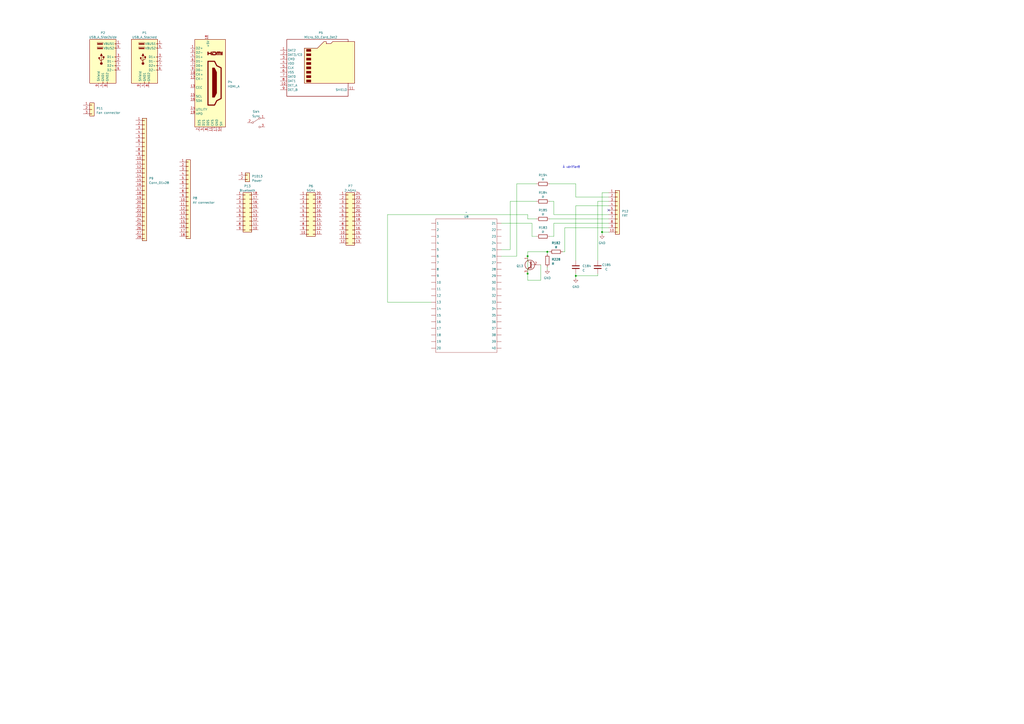
<source format=kicad_sch>
(kicad_sch (version 20230121) (generator eeschema)
  (paper "A2")
  (lib_symbols
    (symbol "Connector:HDMI_A"
      (property "Reference" "J" (at -6.35 26.67 0))
      (property "Value" "HDMI_A" (at 10.16 26.67 0))
      (symbol "HDMI_A_0_0"
        (polyline (pts (xy 8.128 16.51) (xy 8.128 18.034)) (stroke (width 0.635)))
        (polyline (pts (xy 0 16.51) (xy 0 18.034) (xy 0 17.272) (xy 1.905 17.272) (xy 1.905 18.034) (xy 1.905 16.51)) (stroke (width 0.635)))
        (polyline (pts (xy 2.667 18.034) (xy 4.318 18.034) (xy 4.572 17.78) (xy 4.572 16.764) (xy 4.318 16.51) (xy 2.667 16.51) (xy 2.667 17.272)) (stroke (width 0.635)))
      )
      (symbol "HDMI_A_0_1"
        (rectangle (start -7.62 25.4) (end 10.16 -25.4) (stroke (width 0.254)) (fill (type background)))
        (polyline (pts (xy 2.54 8.89) (xy 3.81 8.89) (xy 5.08 6.35) (xy 5.08 -5.715) (xy 3.81 -8.255) (xy 2.54 -8.255) (xy 2.54 8.89)) (fill (type outline)))
        (polyline (pts (xy 5.334 16.51) (xy 5.334 18.034) (xy 6.35 18.034) (xy 6.35 16.51) (xy 6.35 18.034) (xy 7.112 18.034) (xy 7.366 17.78) (xy 7.366 16.51)) (stroke (width 0.635)))
        (polyline (pts (xy 0 12.7) (xy 0 -12.7) (xy 3.81 -12.7) (xy 5.08 -10.16) (xy 7.62 -8.89) (xy 7.62 8.89) (xy 5.08 10.16) (xy 3.81 12.7) (xy 0 12.7)) (stroke (width 0.635)))
      )
      (symbol "HDMI_A_1_1"
        (pin passive line (at -10.16 20.32 0) (length 2.54) (name "D2+") (number "1"))
        (pin passive line (at -10.16 5.08 0) (length 2.54) (name "CK+") (number "10"))
        (pin power_in line (at 2.54 -27.94 90) (length 2.54) (name "CKS") (number "11"))
        (pin passive line (at -10.16 2.54 0) (length 2.54) (name "CK-") (number "12"))
        (pin bidirectional line (at -10.16 -2.54 0) (length 2.54) (name "CEC") (number "13"))
        (pin passive line (at -10.16 -15.24 0) (length 2.54) (name "UTILITY") (number "14"))
        (pin passive line (at -10.16 -7.62 0) (length 2.54) (name "SCL") (number "15"))
        (pin bidirectional line (at -10.16 -10.16 0) (length 2.54) (name "SDA") (number "16"))
        (pin power_in line (at 5.08 -27.94 90) (length 2.54) (name "GND") (number "17"))
        (pin power_in line (at 0 27.94 270) (length 2.54) (name "+5V") (number "18"))
        (pin passive line (at -10.16 -17.78 0) (length 2.54) (name "HPD") (number "19"))
        (pin power_in line (at -5.08 -27.94 90) (length 2.54) (name "D2S") (number "2"))
        (pin passive line (at -10.16 17.78 0) (length 2.54) (name "D2-") (number "3"))
        (pin passive line (at -10.16 15.24 0) (length 2.54) (name "D1+") (number "4"))
        (pin power_in line (at -2.54 -27.94 90) (length 2.54) (name "D1S") (number "5"))
        (pin passive line (at -10.16 12.7 0) (length 2.54) (name "D1-") (number "6"))
        (pin passive line (at -10.16 10.16 0) (length 2.54) (name "D0+") (number "7"))
        (pin power_in line (at 0 -27.94 90) (length 2.54) (name "D0S") (number "8"))
        (pin passive line (at -10.16 7.62 0) (length 2.54) (name "D0-") (number "9"))
        (pin passive line (at 7.62 -27.94 90) (length 2.54) (name "SH") (number "SH"))
      )
    )
    (symbol "Connector:Micro_SD_Card_Det2"
      (property "Reference" "J" (at -16.51 17.78 0))
      (property "Value" "Micro_SD_Card_Det2" (at 16.51 17.78 0))
      (symbol "Micro_SD_Card_Det2_0_1"
        (rectangle (start -7.62 -6.985) (end -5.08 -8.255) (stroke (width 0.254)) (fill (type outline)))
        (rectangle (start -7.62 -4.445) (end -5.08 -5.715) (stroke (width 0.254)) (fill (type outline)))
        (rectangle (start -7.62 -1.905) (end -5.08 -3.175) (stroke (width 0.254)) (fill (type outline)))
        (rectangle (start -7.62 0.635) (end -5.08 -0.635) (stroke (width 0.254)) (fill (type outline)))
        (rectangle (start -7.62 3.175) (end -5.08 1.905) (stroke (width 0.254)) (fill (type outline)))
        (rectangle (start -7.62 5.715) (end -5.08 4.445) (stroke (width 0.254)) (fill (type outline)))
        (rectangle (start -7.62 8.255) (end -5.08 6.985) (stroke (width 0.254)) (fill (type outline)))
        (rectangle (start -7.62 10.795) (end -5.08 9.525) (stroke (width 0.254)) (fill (type outline)))
        (polyline (pts (xy 16.51 15.24) (xy 16.51 16.51) (xy -19.05 16.51) (xy -19.05 -16.51) (xy 16.51 -16.51) (xy 16.51 -8.89)) (stroke (width 0.254)))
        (polyline (pts (xy -8.89 -8.89) (xy -8.89 11.43) (xy -1.27 11.43) (xy 2.54 15.24) (xy 3.81 15.24) (xy 3.81 13.97) (xy 6.35 13.97) (xy 7.62 15.24) (xy 20.32 15.24) (xy 20.32 -8.89) (xy -8.89 -8.89)) (stroke (width 0.254)) (fill (type background)))
      )
      (symbol "Micro_SD_Card_Det2_1_1"
        (pin bidirectional line (at -22.86 10.16 0) (length 3.81) (name "DAT2") (number "1"))
        (pin passive line (at -22.86 -10.16 0) (length 3.81) (name "DET_A") (number "10"))
        (pin passive line (at 20.32 -12.7 180) (length 3.81) (name "SHIELD") (number "11"))
        (pin bidirectional line (at -22.86 7.62 0) (length 3.81) (name "DAT3/CD") (number "2"))
        (pin input line (at -22.86 5.08 0) (length 3.81) (name "CMD") (number "3"))
        (pin power_in line (at -22.86 2.54 0) (length 3.81) (name "VDD") (number "4"))
        (pin input line (at -22.86 0 0) (length 3.81) (name "CLK") (number "5"))
        (pin power_in line (at -22.86 -2.54 0) (length 3.81) (name "VSS") (number "6"))
        (pin bidirectional line (at -22.86 -5.08 0) (length 3.81) (name "DAT0") (number "7"))
        (pin bidirectional line (at -22.86 -7.62 0) (length 3.81) (name "DAT1") (number "8"))
        (pin passive line (at -22.86 -12.7 0) (length 3.81) (name "DET_B") (number "9"))
      )
    )
    (symbol "Connector:USB_A_Stacked" (pin_names (offset 1.016))
      (property "Reference" "J" (at 0 15.875 0))
      (property "Value" "USB_A_Stacked" (at 0 13.97 0))
      (symbol "USB_A_Stacked_0_1"
        (rectangle (start -7.62 12.7) (end 7.62 -12.7) (stroke (width 0.254)) (fill (type background)))
        (circle (center -2.159 1.905) (radius 0.381) (stroke (width 0.254)) (fill (type outline)))
        (circle (center -0.889 -1.27) (radius 0.635) (stroke (width 0.254)) (fill (type outline)))
        (rectangle (start -0.254 7.366) (end -3.048 7.874) (fill (type outline)))
        (rectangle (start -0.254 9.906) (end -3.048 10.414) (fill (type outline)))
        (rectangle (start -0.127 -12.7) (end 0.127 -11.938))
        (polyline (pts (xy -1.524 3.175) (xy -0.254 3.175) (xy -0.889 4.445) (xy -1.524 3.175)) (stroke (width 0.254)) (fill (type outline)))
        (polyline (pts (xy -0.889 -0.635) (xy -0.889 0) (xy -2.159 1.27) (xy -2.159 1.905)) (stroke (width 0.254)))
        (polyline (pts (xy -0.889 0) (xy -0.889 0.635) (xy 0.381 1.27) (xy 0.381 2.54)) (stroke (width 0.254)))
        (rectangle (start 0 2.794) (end 0.762 2.032) (stroke (width 0.254)) (fill (type outline)))
        (rectangle (start 0 7.112) (end -3.302 8.382))
        (rectangle (start 0 9.652) (end -3.302 10.922))
        (rectangle (start 2.413 -12.7) (end 2.667 -11.938))
        (rectangle (start 7.62 -5.207) (end 6.858 -4.953))
        (rectangle (start 7.62 -2.667) (end 6.858 -2.413))
        (rectangle (start 7.62 -0.127) (end 6.858 0.127))
        (rectangle (start 7.62 2.413) (end 6.858 2.667))
        (rectangle (start 7.62 7.493) (end 6.858 7.747))
        (rectangle (start 7.62 10.033) (end 6.858 10.287))
      )
      (symbol "USB_A_Stacked_1_1"
        (polyline (pts (xy -0.889 0.635) (xy -0.889 3.175)) (stroke (width 0.254)))
        (pin power_in line (at 10.16 10.16 180) (length 2.54) (name "VBUS1") (number "1"))
        (pin bidirectional line (at 10.16 0 180) (length 2.54) (name "D1-") (number "2"))
        (pin bidirectional line (at 10.16 2.54 180) (length 2.54) (name "D1+") (number "3"))
        (pin power_in line (at 0 -15.24 90) (length 2.54) (name "GND1") (number "4"))
        (pin power_in line (at 10.16 7.62 180) (length 2.54) (name "VBUS2") (number "5"))
        (pin bidirectional line (at 10.16 -5.08 180) (length 2.54) (name "D2-") (number "6"))
        (pin bidirectional line (at 10.16 -2.54 180) (length 2.54) (name "D2+") (number "7"))
        (pin power_in line (at 2.54 -15.24 90) (length 2.54) (name "GND2") (number "8"))
        (pin passive line (at -2.54 -15.24 90) (length 2.54) (name "Shield") (number "9"))
      )
    )
    (symbol "Connector_Generic:Conn_01x02" (pin_names (offset 1.016) hide)
      (property "Reference" "J" (at 0 2.54 0))
      (property "Value" "Conn_01x02" (at 0 -5.08 0))
      (symbol "Conn_01x02_1_1"
        (rectangle (start -1.27 -2.413) (end 0 -2.667) (stroke (width 0.1524)))
        (rectangle (start -1.27 0.127) (end 0 -0.127) (stroke (width 0.1524)))
        (rectangle (start -1.27 1.27) (end 1.27 -3.81) (stroke (width 0.254)) (fill (type background)))
        (pin passive line (at -5.08 0 0) (length 3.81) (name "Pin_1") (number "1"))
        (pin passive line (at -5.08 -2.54 0) (length 3.81) (name "Pin_2") (number "2"))
      )
    )
    (symbol "Connector_Generic:Conn_01x03" (pin_names (offset 1.016) hide)
      (property "Reference" "J" (at 0 5.08 0))
      (property "Value" "Conn_01x03" (at 0 -5.08 0))
      (symbol "Conn_01x03_1_1"
        (rectangle (start -1.27 -2.413) (end 0 -2.667) (stroke (width 0.1524)))
        (rectangle (start -1.27 0.127) (end 0 -0.127) (stroke (width 0.1524)))
        (rectangle (start -1.27 2.667) (end 0 2.413) (stroke (width 0.1524)))
        (rectangle (start -1.27 3.81) (end 1.27 -3.81) (stroke (width 0.254)) (fill (type background)))
        (pin passive line (at -5.08 2.54 0) (length 3.81) (name "Pin_1") (number "1"))
        (pin passive line (at -5.08 0 0) (length 3.81) (name "Pin_2") (number "2"))
        (pin passive line (at -5.08 -2.54 0) (length 3.81) (name "Pin_3") (number "3"))
      )
    )
    (symbol "Connector_Generic:Conn_01x10" (pin_names (offset 1.016) hide)
      (property "Reference" "J" (at 0 12.7 0))
      (property "Value" "Conn_01x10" (at 0 -15.24 0))
      (symbol "Conn_01x10_1_1"
        (rectangle (start -1.27 -12.573) (end 0 -12.827) (stroke (width 0.1524)))
        (rectangle (start -1.27 -10.033) (end 0 -10.287) (stroke (width 0.1524)))
        (rectangle (start -1.27 -7.493) (end 0 -7.747) (stroke (width 0.1524)))
        (rectangle (start -1.27 -4.953) (end 0 -5.207) (stroke (width 0.1524)))
        (rectangle (start -1.27 -2.413) (end 0 -2.667) (stroke (width 0.1524)))
        (rectangle (start -1.27 0.127) (end 0 -0.127) (stroke (width 0.1524)))
        (rectangle (start -1.27 2.667) (end 0 2.413) (stroke (width 0.1524)))
        (rectangle (start -1.27 5.207) (end 0 4.953) (stroke (width 0.1524)))
        (rectangle (start -1.27 7.747) (end 0 7.493) (stroke (width 0.1524)))
        (rectangle (start -1.27 10.287) (end 0 10.033) (stroke (width 0.1524)))
        (rectangle (start -1.27 11.43) (end 1.27 -13.97) (stroke (width 0.254)) (fill (type background)))
        (pin passive line (at -5.08 10.16 0) (length 3.81) (name "Pin_1") (number "1"))
        (pin passive line (at -5.08 -12.7 0) (length 3.81) (name "Pin_10") (number "10"))
        (pin passive line (at -5.08 7.62 0) (length 3.81) (name "Pin_2") (number "2"))
        (pin passive line (at -5.08 5.08 0) (length 3.81) (name "Pin_3") (number "3"))
        (pin passive line (at -5.08 2.54 0) (length 3.81) (name "Pin_4") (number "4"))
        (pin passive line (at -5.08 0 0) (length 3.81) (name "Pin_5") (number "5"))
        (pin passive line (at -5.08 -2.54 0) (length 3.81) (name "Pin_6") (number "6"))
        (pin passive line (at -5.08 -5.08 0) (length 3.81) (name "Pin_7") (number "7"))
        (pin passive line (at -5.08 -7.62 0) (length 3.81) (name "Pin_8") (number "8"))
        (pin passive line (at -5.08 -10.16 0) (length 3.81) (name "Pin_9") (number "9"))
      )
    )
    (symbol "Connector_Generic:Conn_01x18" (pin_names (offset 1.016) hide)
      (property "Reference" "J" (at 0 22.86 0))
      (property "Value" "Conn_01x18" (at 0 -25.4 0))
      (symbol "Conn_01x18_1_1"
        (rectangle (start -1.27 -22.733) (end 0 -22.987) (stroke (width 0.1524)))
        (rectangle (start -1.27 -20.193) (end 0 -20.447) (stroke (width 0.1524)))
        (rectangle (start -1.27 -17.653) (end 0 -17.907) (stroke (width 0.1524)))
        (rectangle (start -1.27 -15.113) (end 0 -15.367) (stroke (width 0.1524)))
        (rectangle (start -1.27 -12.573) (end 0 -12.827) (stroke (width 0.1524)))
        (rectangle (start -1.27 -10.033) (end 0 -10.287) (stroke (width 0.1524)))
        (rectangle (start -1.27 -7.493) (end 0 -7.747) (stroke (width 0.1524)))
        (rectangle (start -1.27 -4.953) (end 0 -5.207) (stroke (width 0.1524)))
        (rectangle (start -1.27 -2.413) (end 0 -2.667) (stroke (width 0.1524)))
        (rectangle (start -1.27 0.127) (end 0 -0.127) (stroke (width 0.1524)))
        (rectangle (start -1.27 2.667) (end 0 2.413) (stroke (width 0.1524)))
        (rectangle (start -1.27 5.207) (end 0 4.953) (stroke (width 0.1524)))
        (rectangle (start -1.27 7.747) (end 0 7.493) (stroke (width 0.1524)))
        (rectangle (start -1.27 10.287) (end 0 10.033) (stroke (width 0.1524)))
        (rectangle (start -1.27 12.827) (end 0 12.573) (stroke (width 0.1524)))
        (rectangle (start -1.27 15.367) (end 0 15.113) (stroke (width 0.1524)))
        (rectangle (start -1.27 17.907) (end 0 17.653) (stroke (width 0.1524)))
        (rectangle (start -1.27 20.447) (end 0 20.193) (stroke (width 0.1524)))
        (rectangle (start -1.27 21.59) (end 1.27 -24.13) (stroke (width 0.254)) (fill (type background)))
        (pin passive line (at -5.08 20.32 0) (length 3.81) (name "Pin_1") (number "1"))
        (pin passive line (at -5.08 -2.54 0) (length 3.81) (name "Pin_10") (number "10"))
        (pin passive line (at -5.08 -5.08 0) (length 3.81) (name "Pin_11") (number "11"))
        (pin passive line (at -5.08 -7.62 0) (length 3.81) (name "Pin_12") (number "12"))
        (pin passive line (at -5.08 -10.16 0) (length 3.81) (name "Pin_13") (number "13"))
        (pin passive line (at -5.08 -12.7 0) (length 3.81) (name "Pin_14") (number "14"))
        (pin passive line (at -5.08 -15.24 0) (length 3.81) (name "Pin_15") (number "15"))
        (pin passive line (at -5.08 -17.78 0) (length 3.81) (name "Pin_16") (number "16"))
        (pin passive line (at -5.08 -20.32 0) (length 3.81) (name "Pin_17") (number "17"))
        (pin passive line (at -5.08 -22.86 0) (length 3.81) (name "Pin_18") (number "18"))
        (pin passive line (at -5.08 17.78 0) (length 3.81) (name "Pin_2") (number "2"))
        (pin passive line (at -5.08 15.24 0) (length 3.81) (name "Pin_3") (number "3"))
        (pin passive line (at -5.08 12.7 0) (length 3.81) (name "Pin_4") (number "4"))
        (pin passive line (at -5.08 10.16 0) (length 3.81) (name "Pin_5") (number "5"))
        (pin passive line (at -5.08 7.62 0) (length 3.81) (name "Pin_6") (number "6"))
        (pin passive line (at -5.08 5.08 0) (length 3.81) (name "Pin_7") (number "7"))
        (pin passive line (at -5.08 2.54 0) (length 3.81) (name "Pin_8") (number "8"))
        (pin passive line (at -5.08 0 0) (length 3.81) (name "Pin_9") (number "9"))
      )
    )
    (symbol "Connector_Generic:Conn_01x28" (pin_names (offset 1.016) hide)
      (property "Reference" "J" (at 0 35.56 0))
      (property "Value" "Conn_01x28" (at 0 -38.1 0))
      (symbol "Conn_01x28_1_1"
        (rectangle (start -1.27 -35.433) (end 0 -35.687) (stroke (width 0.1524)))
        (rectangle (start -1.27 -32.893) (end 0 -33.147) (stroke (width 0.1524)))
        (rectangle (start -1.27 -30.353) (end 0 -30.607) (stroke (width 0.1524)))
        (rectangle (start -1.27 -27.813) (end 0 -28.067) (stroke (width 0.1524)))
        (rectangle (start -1.27 -25.273) (end 0 -25.527) (stroke (width 0.1524)))
        (rectangle (start -1.27 -22.733) (end 0 -22.987) (stroke (width 0.1524)))
        (rectangle (start -1.27 -20.193) (end 0 -20.447) (stroke (width 0.1524)))
        (rectangle (start -1.27 -17.653) (end 0 -17.907) (stroke (width 0.1524)))
        (rectangle (start -1.27 -15.113) (end 0 -15.367) (stroke (width 0.1524)))
        (rectangle (start -1.27 -12.573) (end 0 -12.827) (stroke (width 0.1524)))
        (rectangle (start -1.27 -10.033) (end 0 -10.287) (stroke (width 0.1524)))
        (rectangle (start -1.27 -7.493) (end 0 -7.747) (stroke (width 0.1524)))
        (rectangle (start -1.27 -4.953) (end 0 -5.207) (stroke (width 0.1524)))
        (rectangle (start -1.27 -2.413) (end 0 -2.667) (stroke (width 0.1524)))
        (rectangle (start -1.27 0.127) (end 0 -0.127) (stroke (width 0.1524)))
        (rectangle (start -1.27 2.667) (end 0 2.413) (stroke (width 0.1524)))
        (rectangle (start -1.27 5.207) (end 0 4.953) (stroke (width 0.1524)))
        (rectangle (start -1.27 7.747) (end 0 7.493) (stroke (width 0.1524)))
        (rectangle (start -1.27 10.287) (end 0 10.033) (stroke (width 0.1524)))
        (rectangle (start -1.27 12.827) (end 0 12.573) (stroke (width 0.1524)))
        (rectangle (start -1.27 15.367) (end 0 15.113) (stroke (width 0.1524)))
        (rectangle (start -1.27 17.907) (end 0 17.653) (stroke (width 0.1524)))
        (rectangle (start -1.27 20.447) (end 0 20.193) (stroke (width 0.1524)))
        (rectangle (start -1.27 22.987) (end 0 22.733) (stroke (width 0.1524)))
        (rectangle (start -1.27 25.527) (end 0 25.273) (stroke (width 0.1524)))
        (rectangle (start -1.27 28.067) (end 0 27.813) (stroke (width 0.1524)))
        (rectangle (start -1.27 30.607) (end 0 30.353) (stroke (width 0.1524)))
        (rectangle (start -1.27 33.147) (end 0 32.893) (stroke (width 0.1524)))
        (rectangle (start -1.27 34.29) (end 1.27 -36.83) (stroke (width 0.254)) (fill (type background)))
        (pin passive line (at -5.08 33.02 0) (length 3.81) (name "Pin_1") (number "1"))
        (pin passive line (at -5.08 10.16 0) (length 3.81) (name "Pin_10") (number "10"))
        (pin passive line (at -5.08 7.62 0) (length 3.81) (name "Pin_11") (number "11"))
        (pin passive line (at -5.08 5.08 0) (length 3.81) (name "Pin_12") (number "12"))
        (pin passive line (at -5.08 2.54 0) (length 3.81) (name "Pin_13") (number "13"))
        (pin passive line (at -5.08 0 0) (length 3.81) (name "Pin_14") (number "14"))
        (pin passive line (at -5.08 -2.54 0) (length 3.81) (name "Pin_15") (number "15"))
        (pin passive line (at -5.08 -5.08 0) (length 3.81) (name "Pin_16") (number "16"))
        (pin passive line (at -5.08 -7.62 0) (length 3.81) (name "Pin_17") (number "17"))
        (pin passive line (at -5.08 -10.16 0) (length 3.81) (name "Pin_18") (number "18"))
        (pin passive line (at -5.08 -12.7 0) (length 3.81) (name "Pin_19") (number "19"))
        (pin passive line (at -5.08 30.48 0) (length 3.81) (name "Pin_2") (number "2"))
        (pin passive line (at -5.08 -15.24 0) (length 3.81) (name "Pin_20") (number "20"))
        (pin passive line (at -5.08 -17.78 0) (length 3.81) (name "Pin_21") (number "21"))
        (pin passive line (at -5.08 -20.32 0) (length 3.81) (name "Pin_22") (number "22"))
        (pin passive line (at -5.08 -22.86 0) (length 3.81) (name "Pin_23") (number "23"))
        (pin passive line (at -5.08 -25.4 0) (length 3.81) (name "Pin_24") (number "24"))
        (pin passive line (at -5.08 -27.94 0) (length 3.81) (name "Pin_25") (number "25"))
        (pin passive line (at -5.08 -30.48 0) (length 3.81) (name "Pin_26") (number "26"))
        (pin passive line (at -5.08 -33.02 0) (length 3.81) (name "Pin_27") (number "27"))
        (pin passive line (at -5.08 -35.56 0) (length 3.81) (name "Pin_28") (number "28"))
        (pin passive line (at -5.08 27.94 0) (length 3.81) (name "Pin_3") (number "3"))
        (pin passive line (at -5.08 25.4 0) (length 3.81) (name "Pin_4") (number "4"))
        (pin passive line (at -5.08 22.86 0) (length 3.81) (name "Pin_5") (number "5"))
        (pin passive line (at -5.08 20.32 0) (length 3.81) (name "Pin_6") (number "6"))
        (pin passive line (at -5.08 17.78 0) (length 3.81) (name "Pin_7") (number "7"))
        (pin passive line (at -5.08 15.24 0) (length 3.81) (name "Pin_8") (number "8"))
        (pin passive line (at -5.08 12.7 0) (length 3.81) (name "Pin_9") (number "9"))
      )
    )
    (symbol "Connector_Generic:Conn_02x09_Counter_Clockwise" (pin_names (offset 1.016) hide)
      (property "Reference" "J" (at 1.27 12.7 0))
      (property "Value" "Conn_02x09_Counter_Clockwise" (at 1.27 -12.7 0))
      (symbol "Conn_02x09_Counter_Clockwise_1_1"
        (rectangle (start -1.27 -10.033) (end 0 -10.287) (stroke (width 0.1524)))
        (rectangle (start -1.27 -7.493) (end 0 -7.747) (stroke (width 0.1524)))
        (rectangle (start -1.27 -4.953) (end 0 -5.207) (stroke (width 0.1524)))
        (rectangle (start -1.27 -2.413) (end 0 -2.667) (stroke (width 0.1524)))
        (rectangle (start -1.27 0.127) (end 0 -0.127) (stroke (width 0.1524)))
        (rectangle (start -1.27 2.667) (end 0 2.413) (stroke (width 0.1524)))
        (rectangle (start -1.27 5.207) (end 0 4.953) (stroke (width 0.1524)))
        (rectangle (start -1.27 7.747) (end 0 7.493) (stroke (width 0.1524)))
        (rectangle (start -1.27 10.287) (end 0 10.033) (stroke (width 0.1524)))
        (rectangle (start -1.27 11.43) (end 3.81 -11.43) (stroke (width 0.254)) (fill (type background)))
        (rectangle (start 3.81 -10.033) (end 2.54 -10.287) (stroke (width 0.1524)))
        (rectangle (start 3.81 -7.493) (end 2.54 -7.747) (stroke (width 0.1524)))
        (rectangle (start 3.81 -4.953) (end 2.54 -5.207) (stroke (width 0.1524)))
        (rectangle (start 3.81 -2.413) (end 2.54 -2.667) (stroke (width 0.1524)))
        (rectangle (start 3.81 0.127) (end 2.54 -0.127) (stroke (width 0.1524)))
        (rectangle (start 3.81 2.667) (end 2.54 2.413) (stroke (width 0.1524)))
        (rectangle (start 3.81 5.207) (end 2.54 4.953) (stroke (width 0.1524)))
        (rectangle (start 3.81 7.747) (end 2.54 7.493) (stroke (width 0.1524)))
        (rectangle (start 3.81 10.287) (end 2.54 10.033) (stroke (width 0.1524)))
        (pin passive line (at -5.08 10.16 0) (length 3.81) (name "Pin_1") (number "1"))
        (pin passive line (at 7.62 -10.16 180) (length 3.81) (name "Pin_10") (number "10"))
        (pin passive line (at 7.62 -7.62 180) (length 3.81) (name "Pin_11") (number "11"))
        (pin passive line (at 7.62 -5.08 180) (length 3.81) (name "Pin_12") (number "12"))
        (pin passive line (at 7.62 -2.54 180) (length 3.81) (name "Pin_13") (number "13"))
        (pin passive line (at 7.62 0 180) (length 3.81) (name "Pin_14") (number "14"))
        (pin passive line (at 7.62 2.54 180) (length 3.81) (name "Pin_15") (number "15"))
        (pin passive line (at 7.62 5.08 180) (length 3.81) (name "Pin_16") (number "16"))
        (pin passive line (at 7.62 7.62 180) (length 3.81) (name "Pin_17") (number "17"))
        (pin passive line (at 7.62 10.16 180) (length 3.81) (name "Pin_18") (number "18"))
        (pin passive line (at -5.08 7.62 0) (length 3.81) (name "Pin_2") (number "2"))
        (pin passive line (at -5.08 5.08 0) (length 3.81) (name "Pin_3") (number "3"))
        (pin passive line (at -5.08 2.54 0) (length 3.81) (name "Pin_4") (number "4"))
        (pin passive line (at -5.08 0 0) (length 3.81) (name "Pin_5") (number "5"))
        (pin passive line (at -5.08 -2.54 0) (length 3.81) (name "Pin_6") (number "6"))
        (pin passive line (at -5.08 -5.08 0) (length 3.81) (name "Pin_7") (number "7"))
        (pin passive line (at -5.08 -7.62 0) (length 3.81) (name "Pin_8") (number "8"))
        (pin passive line (at -5.08 -10.16 0) (length 3.81) (name "Pin_9") (number "9"))
      )
    )
    (symbol "Connector_Generic:Conn_02x10_Counter_Clockwise" (pin_names (offset 1.016) hide)
      (property "Reference" "J" (at 1.27 12.7 0))
      (property "Value" "Conn_02x10_Counter_Clockwise" (at 1.27 -15.24 0))
      (symbol "Conn_02x10_Counter_Clockwise_1_1"
        (rectangle (start -1.27 -12.573) (end 0 -12.827) (stroke (width 0.1524)))
        (rectangle (start -1.27 -10.033) (end 0 -10.287) (stroke (width 0.1524)))
        (rectangle (start -1.27 -7.493) (end 0 -7.747) (stroke (width 0.1524)))
        (rectangle (start -1.27 -4.953) (end 0 -5.207) (stroke (width 0.1524)))
        (rectangle (start -1.27 -2.413) (end 0 -2.667) (stroke (width 0.1524)))
        (rectangle (start -1.27 0.127) (end 0 -0.127) (stroke (width 0.1524)))
        (rectangle (start -1.27 2.667) (end 0 2.413) (stroke (width 0.1524)))
        (rectangle (start -1.27 5.207) (end 0 4.953) (stroke (width 0.1524)))
        (rectangle (start -1.27 7.747) (end 0 7.493) (stroke (width 0.1524)))
        (rectangle (start -1.27 10.287) (end 0 10.033) (stroke (width 0.1524)))
        (rectangle (start -1.27 11.43) (end 3.81 -13.97) (stroke (width 0.254)) (fill (type background)))
        (rectangle (start 3.81 -12.573) (end 2.54 -12.827) (stroke (width 0.1524)))
        (rectangle (start 3.81 -10.033) (end 2.54 -10.287) (stroke (width 0.1524)))
        (rectangle (start 3.81 -7.493) (end 2.54 -7.747) (stroke (width 0.1524)))
        (rectangle (start 3.81 -4.953) (end 2.54 -5.207) (stroke (width 0.1524)))
        (rectangle (start 3.81 -2.413) (end 2.54 -2.667) (stroke (width 0.1524)))
        (rectangle (start 3.81 0.127) (end 2.54 -0.127) (stroke (width 0.1524)))
        (rectangle (start 3.81 2.667) (end 2.54 2.413) (stroke (width 0.1524)))
        (rectangle (start 3.81 5.207) (end 2.54 4.953) (stroke (width 0.1524)))
        (rectangle (start 3.81 7.747) (end 2.54 7.493) (stroke (width 0.1524)))
        (rectangle (start 3.81 10.287) (end 2.54 10.033) (stroke (width 0.1524)))
        (pin passive line (at -5.08 10.16 0) (length 3.81) (name "Pin_1") (number "1"))
        (pin passive line (at -5.08 -12.7 0) (length 3.81) (name "Pin_10") (number "10"))
        (pin passive line (at 7.62 -12.7 180) (length 3.81) (name "Pin_11") (number "11"))
        (pin passive line (at 7.62 -10.16 180) (length 3.81) (name "Pin_12") (number "12"))
        (pin passive line (at 7.62 -7.62 180) (length 3.81) (name "Pin_13") (number "13"))
        (pin passive line (at 7.62 -5.08 180) (length 3.81) (name "Pin_14") (number "14"))
        (pin passive line (at 7.62 -2.54 180) (length 3.81) (name "Pin_15") (number "15"))
        (pin passive line (at 7.62 0 180) (length 3.81) (name "Pin_16") (number "16"))
        (pin passive line (at 7.62 2.54 180) (length 3.81) (name "Pin_17") (number "17"))
        (pin passive line (at 7.62 5.08 180) (length 3.81) (name "Pin_18") (number "18"))
        (pin passive line (at 7.62 7.62 180) (length 3.81) (name "Pin_19") (number "19"))
        (pin passive line (at -5.08 7.62 0) (length 3.81) (name "Pin_2") (number "2"))
        (pin passive line (at 7.62 10.16 180) (length 3.81) (name "Pin_20") (number "20"))
        (pin passive line (at -5.08 5.08 0) (length 3.81) (name "Pin_3") (number "3"))
        (pin passive line (at -5.08 2.54 0) (length 3.81) (name "Pin_4") (number "4"))
        (pin passive line (at -5.08 0 0) (length 3.81) (name "Pin_5") (number "5"))
        (pin passive line (at -5.08 -2.54 0) (length 3.81) (name "Pin_6") (number "6"))
        (pin passive line (at -5.08 -5.08 0) (length 3.81) (name "Pin_7") (number "7"))
        (pin passive line (at -5.08 -7.62 0) (length 3.81) (name "Pin_8") (number "8"))
        (pin passive line (at -5.08 -10.16 0) (length 3.81) (name "Pin_9") (number "9"))
      )
    )
    (symbol "Connector_Generic:Conn_02x12_Counter_Clockwise" (pin_names (offset 1.016) hide)
      (property "Reference" "J" (at 1.27 15.24 0))
      (property "Value" "Conn_02x12_Counter_Clockwise" (at 1.27 -17.78 0))
      (symbol "Conn_02x12_Counter_Clockwise_1_1"
        (rectangle (start -1.27 -15.113) (end 0 -15.367) (stroke (width 0.1524)))
        (rectangle (start -1.27 -12.573) (end 0 -12.827) (stroke (width 0.1524)))
        (rectangle (start -1.27 -10.033) (end 0 -10.287) (stroke (width 0.1524)))
        (rectangle (start -1.27 -7.493) (end 0 -7.747) (stroke (width 0.1524)))
        (rectangle (start -1.27 -4.953) (end 0 -5.207) (stroke (width 0.1524)))
        (rectangle (start -1.27 -2.413) (end 0 -2.667) (stroke (width 0.1524)))
        (rectangle (start -1.27 0.127) (end 0 -0.127) (stroke (width 0.1524)))
        (rectangle (start -1.27 2.667) (end 0 2.413) (stroke (width 0.1524)))
        (rectangle (start -1.27 5.207) (end 0 4.953) (stroke (width 0.1524)))
        (rectangle (start -1.27 7.747) (end 0 7.493) (stroke (width 0.1524)))
        (rectangle (start -1.27 10.287) (end 0 10.033) (stroke (width 0.1524)))
        (rectangle (start -1.27 12.827) (end 0 12.573) (stroke (width 0.1524)))
        (rectangle (start -1.27 13.97) (end 3.81 -16.51) (stroke (width 0.254)) (fill (type background)))
        (rectangle (start 3.81 -15.113) (end 2.54 -15.367) (stroke (width 0.1524)))
        (rectangle (start 3.81 -12.573) (end 2.54 -12.827) (stroke (width 0.1524)))
        (rectangle (start 3.81 -10.033) (end 2.54 -10.287) (stroke (width 0.1524)))
        (rectangle (start 3.81 -7.493) (end 2.54 -7.747) (stroke (width 0.1524)))
        (rectangle (start 3.81 -4.953) (end 2.54 -5.207) (stroke (width 0.1524)))
        (rectangle (start 3.81 -2.413) (end 2.54 -2.667) (stroke (width 0.1524)))
        (rectangle (start 3.81 0.127) (end 2.54 -0.127) (stroke (width 0.1524)))
        (rectangle (start 3.81 2.667) (end 2.54 2.413) (stroke (width 0.1524)))
        (rectangle (start 3.81 5.207) (end 2.54 4.953) (stroke (width 0.1524)))
        (rectangle (start 3.81 7.747) (end 2.54 7.493) (stroke (width 0.1524)))
        (rectangle (start 3.81 10.287) (end 2.54 10.033) (stroke (width 0.1524)))
        (rectangle (start 3.81 12.827) (end 2.54 12.573) (stroke (width 0.1524)))
        (pin passive line (at -5.08 12.7 0) (length 3.81) (name "Pin_1") (number "1"))
        (pin passive line (at -5.08 -10.16 0) (length 3.81) (name "Pin_10") (number "10"))
        (pin passive line (at -5.08 -12.7 0) (length 3.81) (name "Pin_11") (number "11"))
        (pin passive line (at -5.08 -15.24 0) (length 3.81) (name "Pin_12") (number "12"))
        (pin passive line (at 7.62 -15.24 180) (length 3.81) (name "Pin_13") (number "13"))
        (pin passive line (at 7.62 -12.7 180) (length 3.81) (name "Pin_14") (number "14"))
        (pin passive line (at 7.62 -10.16 180) (length 3.81) (name "Pin_15") (number "15"))
        (pin passive line (at 7.62 -7.62 180) (length 3.81) (name "Pin_16") (number "16"))
        (pin passive line (at 7.62 -5.08 180) (length 3.81) (name "Pin_17") (number "17"))
        (pin passive line (at 7.62 -2.54 180) (length 3.81) (name "Pin_18") (number "18"))
        (pin passive line (at 7.62 0 180) (length 3.81) (name "Pin_19") (number "19"))
        (pin passive line (at -5.08 10.16 0) (length 3.81) (name "Pin_2") (number "2"))
        (pin passive line (at 7.62 2.54 180) (length 3.81) (name "Pin_20") (number "20"))
        (pin passive line (at 7.62 5.08 180) (length 3.81) (name "Pin_21") (number "21"))
        (pin passive line (at 7.62 7.62 180) (length 3.81) (name "Pin_22") (number "22"))
        (pin passive line (at 7.62 10.16 180) (length 3.81) (name "Pin_23") (number "23"))
        (pin passive line (at 7.62 12.7 180) (length 3.81) (name "Pin_24") (number "24"))
        (pin passive line (at -5.08 7.62 0) (length 3.81) (name "Pin_3") (number "3"))
        (pin passive line (at -5.08 5.08 0) (length 3.81) (name "Pin_4") (number "4"))
        (pin passive line (at -5.08 2.54 0) (length 3.81) (name "Pin_5") (number "5"))
        (pin passive line (at -5.08 0 0) (length 3.81) (name "Pin_6") (number "6"))
        (pin passive line (at -5.08 -2.54 0) (length 3.81) (name "Pin_7") (number "7"))
        (pin passive line (at -5.08 -5.08 0) (length 3.81) (name "Pin_8") (number "8"))
        (pin passive line (at -5.08 -7.62 0) (length 3.81) (name "Pin_9") (number "9"))
      )
    )
    (symbol "Custom_symboles:LQFP40"
      (property "Reference" "U" (at 0 0 0))
      (symbol "LQFP40_0_1"
        (rectangle (start -17.78 -3.81) (end 17.78 -81.28))
      )
      (symbol "LQFP40_1_1"
        (pin unspecified line (at -20.32 -6.35 0) (length 2.54) (name "1") (number ""))
        (pin unspecified line (at -20.32 -40.64 0) (length 2.54) (name "10") (number ""))
        (pin unspecified line (at -20.32 -44.45 0) (length 2.54) (name "11") (number ""))
        (pin unspecified line (at -20.32 -48.26 0) (length 2.54) (name "12") (number ""))
        (pin unspecified line (at -20.32 -52.07 0) (length 2.54) (name "13") (number ""))
        (pin unspecified line (at -20.32 -55.88 0) (length 2.54) (name "14") (number ""))
        (pin unspecified line (at -20.32 -59.69 0) (length 2.54) (name "15") (number ""))
        (pin unspecified line (at -20.32 -63.5 0) (length 2.54) (name "16") (number ""))
        (pin unspecified line (at -20.32 -67.31 0) (length 2.54) (name "17") (number ""))
        (pin unspecified line (at -20.32 -71.12 0) (length 2.54) (name "18") (number ""))
        (pin unspecified line (at -20.32 -74.93 0) (length 2.54) (name "19") (number ""))
        (pin unspecified line (at -20.32 -10.16 0) (length 2.54) (name "2") (number ""))
        (pin unspecified line (at -20.32 -78.74 0) (length 2.54) (name "20") (number ""))
        (pin unspecified line (at 20.32 -6.35 180) (length 2.54) (name "21") (number ""))
        (pin unspecified line (at 20.32 -10.16 180) (length 2.54) (name "22") (number ""))
        (pin unspecified line (at 20.32 -13.97 180) (length 2.54) (name "23") (number ""))
        (pin unspecified line (at 20.32 -17.78 180) (length 2.54) (name "24") (number ""))
        (pin unspecified line (at 20.32 -21.59 180) (length 2.54) (name "25") (number ""))
        (pin unspecified line (at 20.32 -25.4 180) (length 2.54) (name "26") (number ""))
        (pin unspecified line (at 20.32 -29.21 180) (length 2.54) (name "27") (number ""))
        (pin unspecified line (at 20.32 -33.02 180) (length 2.54) (name "28") (number ""))
        (pin unspecified line (at 20.32 -36.83 180) (length 2.54) (name "29") (number ""))
        (pin unspecified line (at -20.32 -13.97 0) (length 2.54) (name "3") (number ""))
        (pin unspecified line (at 20.32 -40.64 180) (length 2.54) (name "30") (number ""))
        (pin unspecified line (at 20.32 -44.45 180) (length 2.54) (name "31") (number ""))
        (pin unspecified line (at 20.32 -48.26 180) (length 2.54) (name "32") (number ""))
        (pin unspecified line (at 20.32 -52.07 180) (length 2.54) (name "33") (number ""))
        (pin unspecified line (at 20.32 -55.88 180) (length 2.54) (name "34") (number ""))
        (pin unspecified line (at 20.32 -59.69 180) (length 2.54) (name "35") (number ""))
        (pin unspecified line (at 20.32 -63.5 180) (length 2.54) (name "36") (number ""))
        (pin unspecified line (at 20.32 -67.31 180) (length 2.54) (name "37") (number ""))
        (pin unspecified line (at 20.32 -71.12 180) (length 2.54) (name "38") (number ""))
        (pin unspecified line (at 20.32 -74.93 180) (length 2.54) (name "39") (number ""))
        (pin unspecified line (at -20.32 -17.78 0) (length 2.54) (name "4") (number ""))
        (pin unspecified line (at 20.32 -78.74 180) (length 2.54) (name "40") (number ""))
        (pin unspecified line (at -20.32 -21.59 0) (length 2.54) (name "5") (number ""))
        (pin unspecified line (at -20.32 -25.4 0) (length 2.54) (name "6") (number ""))
        (pin unspecified line (at -20.32 -29.21 0) (length 2.54) (name "7") (number ""))
        (pin unspecified line (at -20.32 -33.02 0) (length 2.54) (name "8") (number ""))
        (pin unspecified line (at -20.32 -36.83 0) (length 2.54) (name "9") (number ""))
      )
    )
    (symbol "Device:C" (pin_numbers hide) (pin_names (offset 0.254))
      (property "Reference" "C" (at 0.635 2.54 0))
      (property "Value" "C" (at 0.635 -2.54 0))
      (symbol "C_0_1"
        (polyline (pts (xy -2.032 -0.762) (xy 2.032 -0.762)) (stroke (width 0.508)))
        (polyline (pts (xy -2.032 0.762) (xy 2.032 0.762)) (stroke (width 0.508)))
      )
      (symbol "C_1_1"
        (pin passive line (at 0 3.81 270) (length 2.794) (name "~") (number "1"))
        (pin passive line (at 0 -3.81 90) (length 2.794) (name "~") (number "2"))
      )
    )
    (symbol "Device:Q_NPN_CBE" (pin_names (offset 0) hide)
      (property "Reference" "Q" (at 5.08 1.27 0))
      (property "Value" "Q_NPN_CBE" (at 5.08 -1.27 0))
      (symbol "Q_NPN_CBE_0_1"
        (polyline (pts (xy 0.635 0.635) (xy 2.54 2.54)))
        (polyline (pts (xy 0.635 -0.635) (xy 2.54 -2.54) (xy 2.54 -2.54)))
        (polyline (pts (xy 0.635 1.905) (xy 0.635 -1.905) (xy 0.635 -1.905)) (stroke (width 0.508)))
        (polyline (pts (xy 1.27 -1.778) (xy 1.778 -1.27) (xy 2.286 -2.286) (xy 1.27 -1.778) (xy 1.27 -1.778)) (fill (type outline)))
        (circle (center 1.27 0) (radius 2.8194) (stroke (width 0.254)))
      )
      (symbol "Q_NPN_CBE_1_1"
        (pin passive line (at 2.54 5.08 270) (length 2.54) (name "C") (number "1"))
        (pin input line (at -5.08 0 0) (length 5.715) (name "B") (number "2"))
        (pin passive line (at 2.54 -5.08 90) (length 2.54) (name "E") (number "3"))
      )
    )
    (symbol "Device:R" (pin_numbers hide) (pin_names (offset 0))
      (property "Reference" "R" (at 2.032 0 90))
      (property "Value" "R" (at 0 0 90))
      (symbol "R_0_1"
        (rectangle (start -1.016 -2.54) (end 1.016 2.54) (stroke (width 0.254)))
      )
      (symbol "R_1_1"
        (pin passive line (at 0 3.81 270) (length 1.27) (name "~") (number "1"))
        (pin passive line (at 0 -3.81 90) (length 1.27) (name "~") (number "2"))
      )
    )
    (symbol "Switch:SW_SPDT" (pin_names (offset 0) hide)
      (property "Reference" "SW" (at 0 4.318 0))
      (property "Value" "SW_SPDT" (at 0 -5.08 0))
      (symbol "SW_SPDT_0_0"
        (circle (center -2.032 0) (radius 0.508))
        (circle (center 2.032 -2.54) (radius 0.508))
      )
      (symbol "SW_SPDT_0_1"
        (polyline (pts (xy -1.524 0.254) (xy 1.651 2.286)))
        (circle (center 2.032 2.54) (radius 0.508))
      )
      (symbol "SW_SPDT_1_1"
        (pin passive line (at 5.08 2.54 180) (length 2.54) (name "A") (number "1"))
        (pin passive line (at -5.08 0 0) (length 2.54) (name "B") (number "2"))
        (pin passive line (at 5.08 -2.54 180) (length 2.54) (name "C") (number "3"))
      )
    )
    (symbol "power:GND" (power) (pin_names (offset 0))
      (property "Value" "GND" (at 0 -3.81 0))
      (symbol "GND_0_1"
        (polyline (pts (xy 0 0) (xy 0 -1.27) (xy 1.27 -1.27) (xy 0 -2.54) (xy -1.27 -1.27) (xy 0 -1.27)))
      )
      (symbol "GND_1_1"
        (pin power_in line (at 0 0 270) (length 0) hide (name "GND") (number "1"))
      )
    )
  )
  (junction (at 349.25 134.62))
  (junction (at 306.07 158.75))
  (junction (at 306.07 148.59))
  (junction (at 334.01 160.02))
  (junction (at 317.5 146.05))
  (no_connect (at 353.06 121.92))
  (wire (pts (xy 308.61 129.54) (xy 290.83 129.54)))
  (wire (pts (xy 334.01 114.3) (xy 334.01 106.68)))
  (wire (pts (xy 327.66 132.08) (xy 327.66 146.05)))
  (wire (pts (xy 349.25 111.76) (xy 349.25 134.62)))
  (wire (pts (xy 334.01 160.02) (xy 334.01 161.29)))
  (wire (pts (xy 299.72 106.68) (xy 299.72 148.59)))
  (wire (pts (xy 317.5 146.05) (xy 317.5 147.32)))
  (wire (pts (xy 326.39 146.05) (xy 327.66 146.05)))
  (wire (pts (xy 353.06 114.3) (xy 334.01 114.3)))
  (wire (pts (xy 306.07 146.05) (xy 306.07 148.59)))
  (wire (pts (xy 295.91 116.84) (xy 311.15 116.84)))
  (wire (pts (xy 306.07 162.56) (xy 313.69 162.56)))
  (wire (pts (xy 306.07 146.05) (xy 317.5 146.05)))
  (wire (pts (xy 318.77 127) (xy 353.06 127)))
  (wire (pts (xy 349.25 134.62) (xy 353.06 134.62)))
  (wire (pts (xy 346.71 116.84) (xy 346.71 151.13)))
  (wire (pts (xy 334.01 119.38) (xy 353.06 119.38)))
  (wire (pts (xy 321.31 124.46) (xy 353.06 124.46)))
  (wire (pts (xy 311.15 137.16) (xy 308.61 137.16)))
  (wire (pts (xy 306.07 158.75) (xy 306.07 162.56)))
  (wire (pts (xy 334.01 119.38) (xy 334.01 151.13)))
  (wire (pts (xy 250.19 175.26) (xy 224.79 175.26)))
  (wire (pts (xy 353.06 111.76) (xy 349.25 111.76)))
  (wire (pts (xy 334.01 158.75) (xy 334.01 160.02)))
  (wire (pts (xy 321.31 137.16) (xy 321.31 129.54)))
  (wire (pts (xy 349.25 134.62) (xy 349.25 135.89)))
  (wire (pts (xy 308.61 137.16) (xy 308.61 129.54)))
  (wire (pts (xy 313.69 162.56) (xy 313.69 153.67)))
  (wire (pts (xy 346.71 160.02) (xy 346.71 158.75)))
  (wire (pts (xy 318.77 137.16) (xy 321.31 137.16)))
  (wire (pts (xy 306.07 124.46) (xy 306.07 127)))
  (wire (pts (xy 321.31 129.54) (xy 353.06 129.54)))
  (wire (pts (xy 334.01 160.02) (xy 346.71 160.02)))
  (wire (pts (xy 334.01 106.68) (xy 318.77 106.68)))
  (wire (pts (xy 353.06 132.08) (xy 327.66 132.08)))
  (wire (pts (xy 295.91 144.78) (xy 295.91 116.84)))
  (wire (pts (xy 318.77 116.84) (xy 321.31 116.84)))
  (wire (pts (xy 224.79 175.26) (xy 224.79 124.46)))
  (wire (pts (xy 299.72 148.59) (xy 290.83 148.59)))
  (wire (pts (xy 317.5 154.94) (xy 317.5 156.21)))
  (wire (pts (xy 317.5 146.05) (xy 318.77 146.05)))
  (wire (pts (xy 321.31 116.84) (xy 321.31 124.46)))
  (wire (pts (xy 311.15 106.68) (xy 299.72 106.68)))
  (wire (pts (xy 224.79 124.46) (xy 306.07 124.46)))
  (wire (pts (xy 290.83 144.78) (xy 295.91 144.78)))
  (wire (pts (xy 306.07 148.59) (xy 306.07 158.75)))
  (wire (pts (xy 346.71 116.84) (xy 353.06 116.84)))
  (wire (pts (xy 306.07 127) (xy 311.15 127)))
  (text "À vérifier!!\n" (at 326.39 97.79 0) (effects (font (size 1.27 1.27)) (justify left bottom)))
  (symbol (lib_id "power:GND") (at 317.5 156.21 0) (unit 1)
    (property "Reference" "#PWR05" (effects hide))
    (property "Value" "GND" (at 317.5 161.29 0))
  )
  (symbol (lib_id "Device:R") (at 314.96 137.16 90) (unit 1)
    (property "Reference" "R183" (at 314.96 132.08 90))
    (property "Value" "R" (at 314.96 134.62 90))
  )
  (symbol (lib_id "Connector_Generic:Conn_01x02") (at 143.51 101.6 0) (unit 1)
    (property "Reference" "P1013" (at 146.05 102.235 0) (effects (justify left)))
    (property "Value" "Power" (at 146.05 104.775 0) (effects (justify left)))
  )
  (symbol (lib_id "Connector_Generic:Conn_02x10_Counter_Clockwise") (at 179.07 123.19 0) (unit 1)
    (property "Reference" "P6" (at 180.34 107.95 0))
    (property "Value" "5GHz" (at 180.34 110.49 0))
  )
  (symbol (lib_id "Device:C") (at 346.71 154.94 0) (mirror y) (unit 1)
    (property "Reference" "C185" (at 351.79 153.67 0))
    (property "Value" "C" (at 351.79 156.21 0))
  )
  (symbol (lib_id "Connector:Micro_SD_Card_Det2") (at 185.42 39.37 0) (unit 1)
    (property "Reference" "P5" (at 186.055 19.05 0))
    (property "Value" "Micro_SD_Card_Det2" (at 186.055 21.59 0))
    (property "Datasheet" "https://www.hirose.com/en/product/document?clcode=&productname=&series=DM3&documenttype=Catalog&lang=en&documentid=D49662_en" (effects hide))
  )
  (symbol (lib_id "Connector_Generic:Conn_01x18") (at 109.22 114.3 0) (unit 1)
    (property "Reference" "P8" (at 111.76 114.935 0) (effects (justify left)))
    (property "Value" "AV connector" (at 111.76 117.475 0) (effects (justify left)))
  )
  (symbol (lib_id "Connector:USB_A_Stacked") (at 83.82 35.56 0) (unit 1)
    (property "Reference" "P1" (at 83.82 19.05 0))
    (property "Value" "USB_A_Stacked" (at 83.82 21.59 0))
    (property "Datasheet" " ~" (effects hide))
  )
  (symbol (lib_id "Connector:USB_A_Stacked") (at 59.69 35.56 0) (unit 1)
    (property "Reference" "P2" (at 59.69 19.05 0))
    (property "Value" "USB_A_Side2side" (at 59.69 21.59 0))
    (property "Datasheet" " ~" (effects hide))
  )
  (symbol (lib_id "Connector_Generic:Conn_01x28") (at 83.82 102.87 0) (unit 1)
    (property "Reference" "P9" (at 86.36 103.505 0) (effects (justify left)))
    (property "Value" "Conn_01x28" (at 86.36 106.045 0) (effects (justify left)))
  )
  (symbol (lib_id "power:GND") (at 334.01 161.29 0) (unit 1)
    (property "Reference" "#PWR03" (effects hide))
    (property "Value" "GND" (at 334.01 166.37 0))
  )
  (symbol (lib_id "Connector_Generic:Conn_02x09_Counter_Clockwise") (at 142.24 123.19 0) (unit 1)
    (property "Reference" "P13" (at 143.51 107.95 0))
    (property "Value" "Bluetooth" (at 143.51 110.49 0))
  )
  (symbol (lib_id "Device:R") (at 317.5 151.13 180) (unit 1)
    (property "Reference" "R228" (at 320.04 150.495 0) (effects (justify right)))
    (property "Value" "R" (at 320.04 153.035 0) (effects (justify right)))
  )
  (symbol (lib_id "Connector_Generic:Conn_01x03") (at 53.34 63.5 0) (unit 1)
    (property "Reference" "P11" (at 55.88 62.865 0) (effects (justify left)))
    (property "Value" "Fan connector" (at 55.88 65.405 0) (effects (justify left)))
  )
  (symbol (lib_id "Connector_Generic:Conn_01x10") (at 358.14 121.92 0) (unit 1)
    (property "Reference" "P12" (at 360.68 122.555 0) (effects (justify left)))
    (property "Value" "FRT" (at 360.68 125.095 0) (effects (justify left)))
  )
  (symbol (lib_id "Connector_Generic:Conn_02x12_Counter_Clockwise") (at 201.93 125.73 0) (unit 1)
    (property "Reference" "P7" (at 203.2 107.95 0))
    (property "Value" "2.4GHz" (at 203.2 110.49 0))
  )
  (symbol (lib_id "Device:Q_NPN_CBE") (at 308.61 153.67 0) (mirror y) (unit 1)
    (property "Reference" "Q13" (at 303.53 154.305 0) (effects (justify left)))
    (property "Value" "Q_NPN_CBE" (effects hide))
  )
  (symbol (lib_id "Custom_symboles:LQFP40") (at 270.51 123.19 0) (unit 1)
    (property "Reference" "U8" (at 270.51 125.73 0))
    (property "Value" "~" (at 270.51 123.19 0))
  )
  (symbol (lib_id "Device:R") (at 322.58 146.05 90) (unit 1)
    (property "Reference" "R182" (at 322.58 140.97 90))
    (property "Value" "R" (at 322.58 143.51 90))
  )
  (symbol (lib_id "power:GND") (at 349.25 135.89 0) (unit 1)
    (property "Reference" "#PWR04" (effects hide))
    (property "Value" "GND" (at 349.25 140.97 0))
  )
  (symbol (lib_id "Connector:HDMI_A") (at 120.65 48.26 0) (unit 1)
    (property "Reference" "P4" (at 132.08 47.625 0) (effects (justify left)))
    (property "Value" "HDMI_A" (at 132.08 50.165 0) (effects (justify left)))
    (property "Datasheet" "https://en.wikipedia.org/wiki/HDMI" (effects hide))
  )
  (symbol (lib_id "Device:R") (at 314.96 127 90) (unit 1)
    (property "Reference" "R185" (at 314.96 121.92 90))
    (property "Value" "R" (at 314.96 124.46 90))
  )
  (symbol (lib_id "Switch:SW_SPDT") (at 148.59 71.12 0) (unit 1)
    (property "Reference" "SW4" (at 148.59 64.77 0))
    (property "Value" "Sync" (at 148.59 67.31 0))
  )
  (symbol (lib_id "Device:R") (at 314.96 106.68 90) (unit 1)
    (property "Reference" "R194" (at 314.96 101.6 90))
    (property "Value" "R" (at 314.96 104.14 90))
  )
  (symbol (lib_id "Device:R") (at 314.96 116.84 90) (unit 1)
    (property "Reference" "R184" (at 314.96 111.76 90))
    (property "Value" "R" (at 314.96 114.3 90))
  )
  (symbol (lib_id "Device:C") (at 334.01 154.94 180) (unit 1)
    (property "Reference" "C184" (at 337.82 154.305 0) (effects (justify right)))
    (property "Value" "C" (at 337.82 156.845 0) (effects (justify right)))
  )
)
</source>
